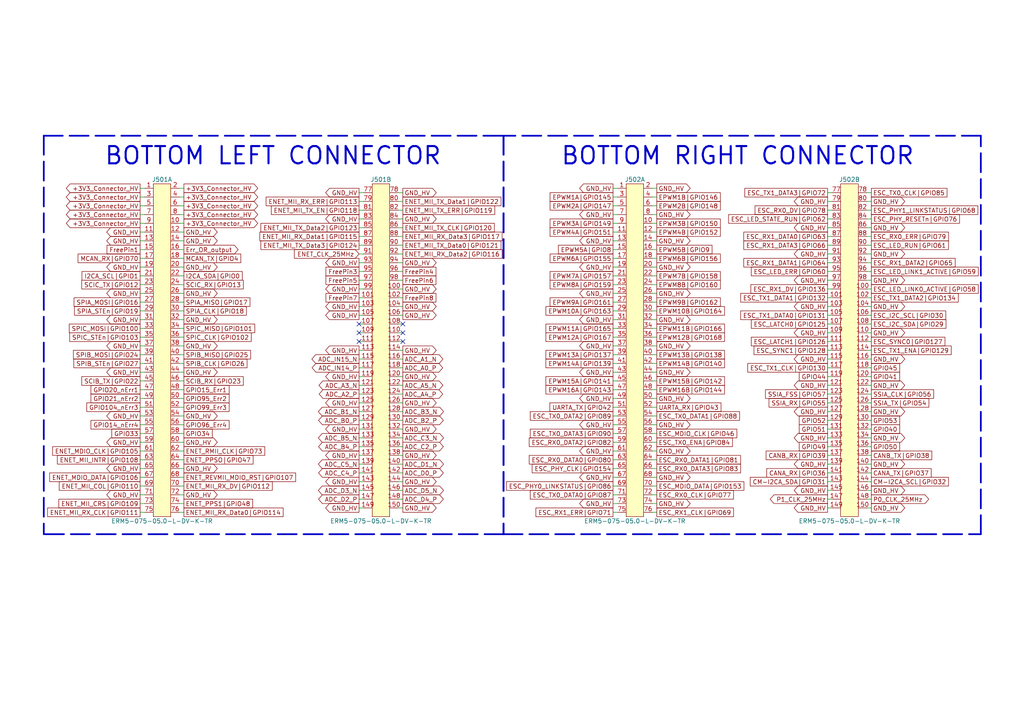
<source format=kicad_sch>
(kicad_sch (version 20231120) (generator "eeschema") (generator_version "8.0")
  (paper "A4")
  (title_block (title "LCB-CCB-01: Control Board - Debugger XDS100  / JTAG") (date "2024-12-12") (rev "1.1.0") (company "PADERBORN UNIVERSITY DEPARTMENT OF POWER ELECTRONICS AND ELECTRICAL DRIVES"))
  (no_connect (at 116.84 96.52))
  (no_connect (at 104.14 96.52))
  (no_connect (at 116.84 93.98))
  (no_connect (at 104.14 93.98))
  (no_connect (at 116.84 99.06))
  (no_connect (at 104.14 99.06))
  (wire (pts (xy 177.8 67.31) (xy 179.07 67.31)))
  (wire (pts (xy 52.07 72.39) (xy 53.34 72.39)))
  (wire (pts (xy 240.03 60.96) (xy 241.3 60.96)))
  (wire (pts (xy 104.14 132.08) (xy 105.41 132.08)))
  (wire (pts (xy 104.14 104.14) (xy 105.41 104.14)))
  (wire (pts (xy 251.46 127) (xy 252.73 127)))
  (wire (pts (xy 104.14 147.32) (xy 105.41 147.32)))
  (wire (pts (xy 177.8 146.05) (xy 179.07 146.05)))
  (wire (pts (xy 115.57 88.9) (xy 116.84 88.9)))
  (wire (pts (xy 104.14 114.3) (xy 105.41 114.3)))
  (wire (pts (xy 251.46 91.44) (xy 252.73 91.44)))
  (wire (pts (xy 115.57 99.06) (xy 116.84 99.06)))
  (wire (pts (xy 52.07 133.35) (xy 53.34 133.35)))
  (wire (pts (xy 52.07 64.77) (xy 53.34 64.77)))
  (wire (pts (xy 104.14 88.9) (xy 105.41 88.9)))
  (wire (pts (xy 40.64 57.15) (xy 41.91 57.15)))
  (wire (pts (xy 104.14 99.06) (xy 105.41 99.06)))
  (wire (pts (xy 189.23 90.17) (xy 190.5 90.17)))
  (wire (pts (xy 189.23 95.25) (xy 190.5 95.25)))
  (wire (pts (xy 52.07 59.69) (xy 53.34 59.69)))
  (wire (pts (xy 189.23 128.27) (xy 190.5 128.27)))
  (wire (pts (xy 104.14 129.54) (xy 105.41 129.54)))
  (wire (pts (xy 251.46 86.36) (xy 252.73 86.36)))
  (wire (pts (xy 104.14 116.84) (xy 105.41 116.84)))
  (wire (pts (xy 251.46 129.54) (xy 252.73 129.54)))
  (wire (pts (xy 115.57 73.66) (xy 116.84 73.66)))
  (wire (pts (xy 177.8 87.63) (xy 179.07 87.63)))
  (wire (pts (xy 115.57 132.08) (xy 116.84 132.08)))
  (wire (pts (xy 52.07 143.51) (xy 53.34 143.51)))
  (wire (pts (xy 177.8 54.61) (xy 179.07 54.61)))
  (wire (pts (xy 251.46 144.78) (xy 252.73 144.78)))
  (wire (pts (xy 251.46 119.38) (xy 252.73 119.38)))
  (wire (pts (xy 52.07 128.27) (xy 53.34 128.27)))
  (wire (pts (xy 115.57 106.68) (xy 116.84 106.68)))
  (wire (pts (xy 52.07 123.19) (xy 53.34 123.19)))
  (wire (pts (xy 251.46 68.58) (xy 252.73 68.58)))
  (wire (pts (xy 251.46 58.42) (xy 252.73 58.42)))
  (wire (pts (xy 251.46 83.82) (xy 252.73 83.82)))
  (wire (pts (xy 177.8 118.11) (xy 179.07 118.11)))
  (wire (pts (xy 40.64 120.65) (xy 41.91 120.65)))
  (wire (pts (xy 52.07 107.95) (xy 53.34 107.95)))
  (wire (pts (xy 52.07 74.93) (xy 53.34 74.93)))
  (wire (pts (xy 251.46 109.22) (xy 252.73 109.22)))
  (wire (pts (xy 251.46 139.7) (xy 252.73 139.7)))
  (wire (pts (xy 40.64 54.61) (xy 41.91 54.61)))
  (wire (pts (xy 251.46 116.84) (xy 252.73 116.84)))
  (wire (pts (xy 40.64 105.41) (xy 41.91 105.41)))
  (wire (pts (xy 40.64 113.03) (xy 41.91 113.03)))
  (wire (pts (xy 40.64 74.93) (xy 41.91 74.93)))
  (wire (pts (xy 177.8 102.87) (xy 179.07 102.87)))
  (wire (pts (xy 52.07 82.55) (xy 53.34 82.55)))
  (wire (pts (xy 251.46 137.16) (xy 252.73 137.16)))
  (wire (pts (xy 40.64 95.25) (xy 41.91 95.25)))
  (wire (pts (xy 251.46 88.9) (xy 252.73 88.9)))
  (wire (pts (xy 251.46 134.62) (xy 252.73 134.62)))
  (wire (pts (xy 189.23 140.97) (xy 190.5 140.97)))
  (wire (pts (xy 52.07 87.63) (xy 53.34 87.63)))
  (wire (pts (xy 251.46 93.98) (xy 252.73 93.98)))
  (wire (pts (xy 40.64 133.35) (xy 41.91 133.35)))
  (polyline (pts (xy 146.05 154.94) (xy 284.48 154.94)) (stroke (width 0.5) (type dash)))
  (wire (pts (xy 177.8 120.65) (xy 179.07 120.65)))
  (wire (pts (xy 52.07 115.57) (xy 53.34 115.57)))
  (wire (pts (xy 240.03 132.08) (xy 241.3 132.08)))
  (wire (pts (xy 115.57 147.32) (xy 116.84 147.32)))
  (wire (pts (xy 40.64 138.43) (xy 41.91 138.43)))
  (wire (pts (xy 52.07 125.73) (xy 53.34 125.73)))
  (wire (pts (xy 104.14 66.04) (xy 105.41 66.04)))
  (wire (pts (xy 240.03 114.3) (xy 241.3 114.3)))
  (wire (pts (xy 52.07 102.87) (xy 53.34 102.87)))
  (polyline (pts (xy 12.7 39.37) (xy 146.05 39.37)) (stroke (width 0.5) (type dash)))
  (wire (pts (xy 177.8 64.77) (xy 179.07 64.77)))
  (wire (pts (xy 104.14 81.28) (xy 105.41 81.28)))
  (wire (pts (xy 177.8 133.35) (xy 179.07 133.35)))
  (wire (pts (xy 240.03 55.88) (xy 241.3 55.88)))
  (wire (pts (xy 104.14 111.76) (xy 105.41 111.76)))
  (wire (pts (xy 40.64 92.71) (xy 41.91 92.71)))
  (wire (pts (xy 251.46 63.5) (xy 252.73 63.5)))
  (wire (pts (xy 240.03 96.52) (xy 241.3 96.52)))
  (wire (pts (xy 240.03 93.98) (xy 241.3 93.98)))
  (wire (pts (xy 115.57 114.3) (xy 116.84 114.3)))
  (wire (pts (xy 115.57 55.88) (xy 116.84 55.88)))
  (wire (pts (xy 177.8 140.97) (xy 179.07 140.97)))
  (wire (pts (xy 251.46 55.88) (xy 252.73 55.88)))
  (wire (pts (xy 189.23 102.87) (xy 190.5 102.87)))
  (wire (pts (xy 115.57 111.76) (xy 116.84 111.76)))
  (wire (pts (xy 104.14 109.22) (xy 105.41 109.22)))
  (wire (pts (xy 240.03 121.92) (xy 241.3 121.92)))
  (wire (pts (xy 40.64 64.77) (xy 41.91 64.77)))
  (wire (pts (xy 189.23 115.57) (xy 190.5 115.57)))
  (wire (pts (xy 52.07 67.31) (xy 53.34 67.31)))
  (wire (pts (xy 115.57 119.38) (xy 116.84 119.38)))
  (wire (pts (xy 251.46 147.32) (xy 252.73 147.32)))
  (wire (pts (xy 115.57 86.36) (xy 116.84 86.36)))
  (wire (pts (xy 104.14 106.68) (xy 105.41 106.68)))
  (wire (pts (xy 52.07 69.85) (xy 53.34 69.85)))
  (wire (pts (xy 104.14 134.62) (xy 105.41 134.62)))
  (wire (pts (xy 104.14 55.88) (xy 105.41 55.88)))
  (wire (pts (xy 240.03 71.12) (xy 241.3 71.12)))
  (wire (pts (xy 115.57 71.12) (xy 116.84 71.12)))
  (wire (pts (xy 52.07 113.03) (xy 53.34 113.03)))
  (wire (pts (xy 52.07 62.23) (xy 53.34 62.23)))
  (polyline (pts (xy 146.05 154.94) (xy 12.7 154.94)) (stroke (width 0.5) (type dash)))
  (wire (pts (xy 251.46 99.06) (xy 252.73 99.06)))
  (wire (pts (xy 189.23 118.11) (xy 190.5 118.11)))
  (wire (pts (xy 177.8 92.71) (xy 179.07 92.71)))
  (wire (pts (xy 115.57 96.52) (xy 116.84 96.52)))
  (wire (pts (xy 240.03 83.82) (xy 241.3 83.82)))
  (wire (pts (xy 251.46 114.3) (xy 252.73 114.3)))
  (wire (pts (xy 251.46 60.96) (xy 252.73 60.96)))
  (wire (pts (xy 177.8 85.09) (xy 179.07 85.09)))
  (wire (pts (xy 189.23 64.77) (xy 190.5 64.77)))
  (wire (pts (xy 52.07 80.01) (xy 53.34 80.01)))
  (wire (pts (xy 177.8 97.79) (xy 179.07 97.79)))
  (wire (pts (xy 177.8 72.39) (xy 179.07 72.39)))
  (wire (pts (xy 115.57 101.6) (xy 116.84 101.6)))
  (wire (pts (xy 104.14 93.98) (xy 105.41 93.98)))
  (wire (pts (xy 177.8 107.95) (xy 179.07 107.95)))
  (wire (pts (xy 189.23 74.93) (xy 190.5 74.93)))
  (wire (pts (xy 251.46 111.76) (xy 252.73 111.76)))
  (wire (pts (xy 52.07 77.47) (xy 53.34 77.47)))
  (wire (pts (xy 40.64 100.33) (xy 41.91 100.33)))
  (wire (pts (xy 115.57 127) (xy 116.84 127)))
  (polyline (pts (xy 284.48 154.94) (xy 284.48 39.37)) (stroke (width 0.5) (type dash)))
  (wire (pts (xy 251.46 104.14) (xy 252.73 104.14)))
  (wire (pts (xy 52.07 118.11) (xy 53.34 118.11)))
  (wire (pts (xy 240.03 119.38) (xy 241.3 119.38)))
  (wire (pts (xy 40.64 146.05) (xy 41.91 146.05)))
  (wire (pts (xy 52.07 57.15) (xy 53.34 57.15)))
  (wire (pts (xy 189.23 143.51) (xy 190.5 143.51)))
  (polyline (pts (xy 12.7 39.37) (xy 12.7 154.94)) (stroke (width 0.5) (type dash)))
  (wire (pts (xy 240.03 76.2) (xy 241.3 76.2)))
  (wire (pts (xy 177.8 130.81) (xy 179.07 130.81)))
  (wire (pts (xy 104.14 91.44) (xy 105.41 91.44)))
  (wire (pts (xy 40.64 135.89) (xy 41.91 135.89)))
  (wire (pts (xy 40.64 59.69) (xy 41.91 59.69)))
  (wire (pts (xy 104.14 137.16) (xy 105.41 137.16)))
  (wire (pts (xy 40.64 82.55) (xy 41.91 82.55)))
  (wire (pts (xy 240.03 116.84) (xy 241.3 116.84)))
  (wire (pts (xy 115.57 109.22) (xy 116.84 109.22)))
  (wire (pts (xy 115.57 139.7) (xy 116.84 139.7)))
  (wire (pts (xy 189.23 135.89) (xy 190.5 135.89)))
  (wire (pts (xy 189.23 67.31) (xy 190.5 67.31)))
  (wire (pts (xy 40.64 90.17) (xy 41.91 90.17)))
  (wire (pts (xy 251.46 96.52) (xy 252.73 96.52)))
  (wire (pts (xy 104.14 63.5) (xy 105.41 63.5)))
  (wire (pts (xy 240.03 111.76) (xy 241.3 111.76)))
  (wire (pts (xy 189.23 123.19) (xy 190.5 123.19)))
  (wire (pts (xy 115.57 93.98) (xy 116.84 93.98)))
  (wire (pts (xy 104.14 60.96) (xy 105.41 60.96)))
  (wire (pts (xy 115.57 142.24) (xy 116.84 142.24)))
  (wire (pts (xy 52.07 92.71) (xy 53.34 92.71)))
  (wire (pts (xy 40.64 80.01) (xy 41.91 80.01)))
  (wire (pts (xy 104.14 71.12) (xy 105.41 71.12)))
  (wire (pts (xy 240.03 124.46) (xy 241.3 124.46)))
  (wire (pts (xy 40.64 118.11) (xy 41.91 118.11)))
  (wire (pts (xy 52.07 85.09) (xy 53.34 85.09)))
  (wire (pts (xy 189.23 54.61) (xy 190.5 54.61)))
  (wire (pts (xy 177.8 82.55) (xy 179.07 82.55)))
  (wire (pts (xy 52.07 110.49) (xy 53.34 110.49)))
  (wire (pts (xy 52.07 146.05) (xy 53.34 146.05)))
  (wire (pts (xy 189.23 100.33) (xy 190.5 100.33)))
  (wire (pts (xy 240.03 104.14) (xy 241.3 104.14)))
  (wire (pts (xy 104.14 139.7) (xy 105.41 139.7)))
  (wire (pts (xy 40.64 148.59) (xy 41.91 148.59)))
  (wire (pts (xy 251.46 124.46) (xy 252.73 124.46)))
  (wire (pts (xy 240.03 73.66) (xy 241.3 73.66)))
  (wire (pts (xy 177.8 135.89) (xy 179.07 135.89)))
  (wire (pts (xy 251.46 106.68) (xy 252.73 106.68)))
  (wire (pts (xy 177.8 59.69) (xy 179.07 59.69)))
  (wire (pts (xy 115.57 134.62) (xy 116.84 134.62)))
  (wire (pts (xy 240.03 134.62) (xy 241.3 134.62)))
  (wire (pts (xy 189.23 77.47) (xy 190.5 77.47)))
  (wire (pts (xy 189.23 97.79) (xy 190.5 97.79)))
  (wire (pts (xy 115.57 116.84) (xy 116.84 116.84)))
  (wire (pts (xy 104.14 76.2) (xy 105.41 76.2)))
  (wire (pts (xy 177.8 74.93) (xy 179.07 74.93)))
  (wire (pts (xy 104.14 119.38) (xy 105.41 119.38)))
  (wire (pts (xy 240.03 101.6) (xy 241.3 101.6)))
  (wire (pts (xy 115.57 81.28) (xy 116.84 81.28)))
  (wire (pts (xy 251.46 132.08) (xy 252.73 132.08)))
  (wire (pts (xy 104.14 144.78) (xy 105.41 144.78)))
  (wire (pts (xy 40.64 72.39) (xy 41.91 72.39)))
  (wire (pts (xy 177.8 100.33) (xy 179.07 100.33)))
  (wire (pts (xy 240.03 139.7) (xy 241.3 139.7)))
  (wire (pts (xy 40.64 85.09) (xy 41.91 85.09)))
  (wire (pts (xy 115.57 60.96) (xy 116.84 60.96)))
  (wire (pts (xy 40.64 143.51) (xy 41.91 143.51)))
  (wire (pts (xy 115.57 58.42) (xy 116.84 58.42)))
  (wire (pts (xy 189.23 85.09) (xy 190.5 85.09)))
  (wire (pts (xy 240.03 129.54) (xy 241.3 129.54)))
  (wire (pts (xy 115.57 124.46) (xy 116.84 124.46)))
  (wire (pts (xy 40.64 107.95) (xy 41.91 107.95)))
  (wire (pts (xy 177.8 69.85) (xy 179.07 69.85)))
  (wire (pts (xy 240.03 147.32) (xy 241.3 147.32)))
  (wire (pts (xy 40.64 87.63) (xy 41.91 87.63)))
  (wire (pts (xy 240.03 106.68) (xy 241.3 106.68)))
  (wire (pts (xy 104.14 127) (xy 105.41 127)))
  (wire (pts (xy 104.14 73.66) (xy 105.41 73.66)))
  (wire (pts (xy 189.23 80.01) (xy 190.5 80.01)))
  (wire (pts (xy 104.14 96.52) (xy 105.41 96.52)))
  (polyline (pts (xy 284.48 39.37) (xy 146.05 39.37)) (stroke (width 0.5) (type dash)))
  (wire (pts (xy 40.64 140.97) (xy 41.91 140.97)))
  (wire (pts (xy 52.07 95.25) (xy 53.34 95.25)))
  (wire (pts (xy 40.64 125.73) (xy 41.91 125.73)))
  (wire (pts (xy 40.64 62.23) (xy 41.91 62.23)))
  (wire (pts (xy 240.03 58.42) (xy 241.3 58.42)))
  (wire (pts (xy 115.57 121.92) (xy 116.84 121.92)))
  (wire (pts (xy 177.8 77.47) (xy 179.07 77.47)))
  (wire (pts (xy 240.03 68.58) (xy 241.3 68.58)))
  (wire (pts (xy 115.57 76.2) (xy 116.84 76.2)))
  (wire (pts (xy 251.46 73.66) (xy 252.73 73.66)))
  (wire (pts (xy 240.03 137.16) (xy 241.3 137.16)))
  (wire (pts (xy 177.8 143.51) (xy 179.07 143.51)))
  (wire (pts (xy 251.46 76.2) (xy 252.73 76.2)))
  (wire (pts (xy 189.23 87.63) (xy 190.5 87.63)))
  (wire (pts (xy 177.8 123.19) (xy 179.07 123.19)))
  (wire (pts (xy 251.46 142.24) (xy 252.73 142.24)))
  (wire (pts (xy 189.23 57.15) (xy 190.5 57.15)))
  (wire (pts (xy 251.46 66.04) (xy 252.73 66.04)))
  (wire (pts (xy 240.03 88.9) (xy 241.3 88.9)))
  (wire (pts (xy 240.03 99.06) (xy 241.3 99.06)))
  (wire (pts (xy 189.23 120.65) (xy 190.5 120.65)))
  (wire (pts (xy 240.03 86.36) (xy 241.3 86.36)))
  (wire (pts (xy 52.07 105.41) (xy 53.34 105.41)))
  (wire (pts (xy 177.8 148.59) (xy 179.07 148.59)))
  (wire (pts (xy 189.23 133.35) (xy 190.5 133.35)))
  (wire (pts (xy 52.07 54.61) (xy 53.34 54.61)))
  (wire (pts (xy 240.03 63.5) (xy 241.3 63.5)))
  (wire (pts (xy 240.03 78.74) (xy 241.3 78.74)))
  (wire (pts (xy 189.23 125.73) (xy 190.5 125.73)))
  (wire (pts (xy 40.64 97.79) (xy 41.91 97.79)))
  (wire (pts (xy 240.03 66.04) (xy 241.3 66.04)))
  (wire (pts (xy 189.23 72.39) (xy 190.5 72.39)))
  (wire (pts (xy 40.64 128.27) (xy 41.91 128.27)))
  (wire (pts (xy 177.8 62.23) (xy 179.07 62.23)))
  (polyline (pts (xy 146.05 39.37) (xy 146.05 154.94)) (stroke (width 0.5) (type dash)))
  (wire (pts (xy 189.23 105.41) (xy 190.5 105.41)))
  (wire (pts (xy 40.64 123.19) (xy 41.91 123.19)))
  (wire (pts (xy 251.46 78.74) (xy 252.73 78.74)))
  (wire (pts (xy 115.57 83.82) (xy 116.84 83.82)))
  (wire (pts (xy 52.07 140.97) (xy 53.34 140.97)))
  (wire (pts (xy 189.23 59.69) (xy 190.5 59.69)))
  (wire (pts (xy 115.57 63.5) (xy 116.84 63.5)))
  (wire (pts (xy 189.23 69.85) (xy 190.5 69.85)))
  (wire (pts (xy 189.23 146.05) (xy 190.5 146.05)))
  (wire (pts (xy 40.64 110.49) (xy 41.91 110.49)))
  (wire (pts (xy 177.8 90.17) (xy 179.07 90.17)))
  (wire (pts (xy 177.8 115.57) (xy 179.07 115.57)))
  (wire (pts (xy 115.57 78.74) (xy 116.84 78.74)))
  (wire (pts (xy 240.03 91.44) (xy 241.3 91.44)))
  (wire (pts (xy 52.07 90.17) (xy 53.34 90.17)))
  (wire (pts (xy 115.57 144.78) (xy 116.84 144.78)))
  (wire (pts (xy 40.64 77.47) (xy 41.91 77.47)))
  (wire (pts (xy 177.8 80.01) (xy 179.07 80.01)))
  (wire (pts (xy 189.23 148.59) (xy 190.5 148.59)))
  (wire (pts (xy 104.14 86.36) (xy 105.41 86.36)))
  (wire (pts (xy 240.03 81.28) (xy 241.3 81.28)))
  (wire (pts (xy 189.23 107.95) (xy 190.5 107.95)))
  (wire (pts (xy 115.57 129.54) (xy 116.84 129.54)))
  (polyline (pts (xy 146.05 39.37) (xy 146.05 154.94)) (stroke (width 0.5) (type dash)))
  (wire (pts (xy 189.23 130.81) (xy 190.5 130.81)))
  (wire (pts (xy 177.8 128.27) (xy 179.07 128.27)))
  (wire (pts (xy 240.03 127) (xy 241.3 127)))
  (wire (pts (xy 104.14 101.6) (xy 105.41 101.6)))
  (wire (pts (xy 52.07 120.65) (xy 53.34 120.65)))
  (wire (pts (xy 189.23 113.03) (xy 190.5 113.03)))
  (wire (pts (xy 240.03 109.22) (xy 241.3 109.22)))
  (wire (pts (xy 52.07 148.59) (xy 53.34 148.59)))
  (wire (pts (xy 177.8 95.25) (xy 179.07 95.25)))
  (wire (pts (xy 52.07 138.43) (xy 53.34 138.43)))
  (wire (pts (xy 115.57 68.58) (xy 116.84 68.58)))
  (wire (pts (xy 177.8 105.41) (xy 179.07 105.41)))
  (wire (pts (xy 52.07 97.79) (xy 53.34 97.79)))
  (wire (pts (xy 177.8 57.15) (xy 179.07 57.15)))
  (wire (pts (xy 40.64 102.87) (xy 41.91 102.87)))
  (wire (pts (xy 40.64 130.81) (xy 41.91 130.81)))
  (wire (pts (xy 177.8 110.49) (xy 179.07 110.49)))
  (wire (pts (xy 115.57 66.04) (xy 116.84 66.04)))
  (wire (pts (xy 52.07 135.89) (xy 53.34 135.89)))
  (wire (pts (xy 40.64 115.57) (xy 41.91 115.57)))
  (wire (pts (xy 115.57 91.44) (xy 116.84 91.44)))
  (wire (pts (xy 40.64 67.31) (xy 41.91 67.31)))
  (wire (pts (xy 104.14 83.82) (xy 105.41 83.82)))
  (wire (pts (xy 177.8 113.03) (xy 179.07 113.03)))
  (wire (pts (xy 189.23 110.49) (xy 190.5 110.49)))
  (wire (pts (xy 115.57 104.14) (xy 116.84 104.14)))
  (wire (pts (xy 240.03 144.78) (xy 241.3 144.78)))
  (wire (pts (xy 52.07 100.33) (xy 53.34 100.33)))
  (wire (pts (xy 251.46 81.28) (xy 252.73 81.28)))
  (wire (pts (xy 189.23 92.71) (xy 190.5 92.71)))
  (wire (pts (xy 104.14 142.24) (xy 105.41 142.24)))
  (wire (pts (xy 251.46 121.92) (xy 252.73 121.92)))
  (wire (pts (xy 52.07 130.81) (xy 53.34 130.81)))
  (wire (pts (xy 251.46 101.6) (xy 252.73 101.6)))
  (wire (pts (xy 104.14 58.42) (xy 105.41 58.42)))
  (wire (pts (xy 177.8 138.43) (xy 179.07 138.43)))
  (wire (pts (xy 189.23 82.55) (xy 190.5 82.55)))
  (wire (pts (xy 104.14 78.74) (xy 105.41 78.74)))
  (wire (pts (xy 104.14 121.92) (xy 105.41 121.92)))
  (wire (pts (xy 251.46 71.12) (xy 252.73 71.12)))
  (wire (pts (xy 189.23 62.23) (xy 190.5 62.23)))
  (wire (pts (xy 189.23 138.43) (xy 190.5 138.43)))
  (wire (pts (xy 104.14 124.46) (xy 105.41 124.46)))
  (wire (pts (xy 177.8 125.73) (xy 179.07 125.73)))
  (wire (pts (xy 115.57 137.16) (xy 116.84 137.16)))
  (wire (pts (xy 240.03 142.24) (xy 241.3 142.24)))
  (wire (pts (xy 104.14 68.58) (xy 105.41 68.58)))
  (wire (pts (xy 40.64 69.85) (xy 41.91 69.85)))
  (text "BOTTOM RIGHT CONNECTOR" (at 265.43 48.26 0) (effects (font (size 5 5) (thickness 0.6) (bold yes)) (justify right bottom)))
  (text "BOTTOM LEFT CONNECTOR" (at 128.27 48.26 0) (effects (font (size 5 5) (thickness 0.6) (bold yes)) (justify right bottom)))
  (global_label "ESC_SYNC1|GPIO128" (shape passive) (at 240.03 101.6 180) (property "Intersheetrefs" "${INTERSHEET_REFS}" (effects (hide yes))))
  (global_label "GND_HV" (shape output) (at 190.5 107.95 0) (property "Intersheetrefs" "${INTERSHEET_REFS}" (effects (hide yes))))
  (global_label "GND_HV" (shape output) (at 116.84 63.5 0) (property "Intersheetrefs" "${INTERSHEET_REFS}" (effects (hide yes))))
  (global_label "I2CA_SCL|GPIO1" (shape passive) (at 40.64 80.01 180) (property "Intersheetrefs" "${INTERSHEET_REFS}" (effects (hide yes))))
  (global_label "+3V3_Connector_HV" (shape output) (at 40.64 62.23 180) (property "Intersheetrefs" "${INTERSHEET_REFS}" (effects (hide yes))))
  (global_label "GPIO49" (shape passive) (at 240.03 129.54 180) (property "Intersheetrefs" "${INTERSHEET_REFS}" (effects (hide yes))))
  (global_label "EPWM16B|GPIO144" (shape passive) (at 190.5 113.03 0) (property "Intersheetrefs" "${INTERSHEET_REFS}" (effects (hide yes))))
  (global_label "GND_HV" (shape output) (at 190.5 146.05 0) (property "Intersheetrefs" "${INTERSHEET_REFS}" (effects (hide yes))))
  (global_label "ENET_MII_RX_Data0|GPIO114" (shape passive) (at 53.34 148.59 0) (property "Intersheetrefs" "${INTERSHEET_REFS}" (effects (hide yes))))
  (global_label "I2CA_SDA|GPIO0" (shape passive) (at 53.34 80.01 0) (property "Intersheetrefs" "${INTERSHEET_REFS}" (effects (hide yes))))
  (global_label "EPWM3A|GPIO149" (shape passive) (at 177.8 64.77 180) (property "Intersheetrefs" "${INTERSHEET_REFS}" (effects (hide yes))))
  (global_label "GND_HV" (shape output) (at 40.64 100.33 180) (property "Intersheetrefs" "${INTERSHEET_REFS}" (effects (hide yes))))
  (global_label "ESC_MDIO_CLK|GPIO46" (shape passive) (at 190.5 125.73 0) (property "Intersheetrefs" "${INTERSHEET_REFS}" (effects (hide yes))))
  (global_label "SSIA_TX|GPIO54" (shape passive) (at 252.73 116.84 0) (property "Intersheetrefs" "${INTERSHEET_REFS}" (effects (hide yes))))
  (global_label "ENET_MII_TX_Data3|GPIO124" (shape passive) (at 104.14 71.12 180) (property "Intersheetrefs" "${INTERSHEET_REFS}" (effects (hide yes))))
  (global_label "EPWM5B|GPIO9" (shape passive) (at 190.5 72.39 0) (property "Intersheetrefs" "${INTERSHEET_REFS}" (effects (hide yes))))
  (global_label "GND_HV" (shape output) (at 177.8 69.85 180) (property "Intersheetrefs" "${INTERSHEET_REFS}" (effects (hide yes))))
  (global_label "P1_CLK_25MHz" (shape output) (at 240.03 144.78 180) (property "Intersheetrefs" "${INTERSHEET_REFS}" (effects (hide yes))))
  (global_label "ESC_RX1_DATA2|GPIO65" (shape passive) (at 252.73 76.2 0) (property "Intersheetrefs" "${INTERSHEET_REFS}" (effects (hide yes))))
  (global_label "ADC_B0_P" (shape output) (at 104.14 121.92 180) (property "Intersheetrefs" "${INTERSHEET_REFS}" (effects (hide yes))))
  (global_label "ADC_D0_P" (shape output) (at 116.84 137.16 0) (property "Intersheetrefs" "${INTERSHEET_REFS}" (effects (hide yes))))
  (global_label "SCIC_TX|GPIO12" (shape passive) (at 40.64 82.55 180) (property "Intersheetrefs" "${INTERSHEET_REFS}" (effects (hide yes))))
  (global_label "GPIO99_Err3" (shape passive) (at 53.34 118.11 0) (property "Intersheetrefs" "${INTERSHEET_REFS}" (effects (hide yes))))
  (global_label "ENET_MII_RX_Data2|GPIO116" (shape passive) (at 116.84 73.66 0) (property "Intersheetrefs" "${INTERSHEET_REFS}" (effects (hide yes))))
  (global_label "SPIB_CLK|GPIO26" (shape passive) (at 53.34 105.41 0) (property "Intersheetrefs" "${INTERSHEET_REFS}" (effects (hide yes))))
  (global_label "ENET_MII_COL|GPIO110" (shape passive) (at 40.64 140.97 180) (property "Intersheetrefs" "${INTERSHEET_REFS}" (effects (hide yes))))
  (global_label "GPIO51" (shape passive) (at 240.03 124.46 180) (property "Intersheetrefs" "${INTERSHEET_REFS}" (effects (hide yes))))
  (global_label "+3V3_Connector_HV" (shape output) (at 40.64 59.69 180) (property "Intersheetrefs" "${INTERSHEET_REFS}" (effects (hide yes))))
  (global_label "EPWM9B|GPIO162" (shape passive) (at 190.5 87.63 0) (property "Intersheetrefs" "${INTERSHEET_REFS}" (effects (hide yes))))
  (global_label "GND_HV" (shape output) (at 240.03 134.62 180) (property "Intersheetrefs" "${INTERSHEET_REFS}" (effects (hide yes))))
  (global_label "ESC_I2C_SDA|GPIO29" (shape passive) (at 252.73 93.98 0) (property "Intersheetrefs" "${INTERSHEET_REFS}" (effects (hide yes))))
  (global_label "EPWM7B|GPIO158" (shape passive) (at 190.5 80.01 0) (property "Intersheetrefs" "${INTERSHEET_REFS}" (effects (hide yes))))
  (global_label "EPWM10B|GPIO164" (shape passive) (at 190.5 90.17 0) (property "Intersheetrefs" "${INTERSHEET_REFS}" (effects (hide yes))))
  (global_label "ENET_MII_RX_ERR|GPIO113" (shape passive) (at 104.14 58.42 180) (property "Intersheetrefs" "${INTERSHEET_REFS}" (effects (hide yes))))
  (global_label "GND_HV" (shape output) (at 252.73 81.28 0) (property "Intersheetrefs" "${INTERSHEET_REFS}" (effects (hide yes))))
  (global_label "ADC_D5_N" (shape output) (at 116.84 142.24 0) (property "Intersheetrefs" "${INTERSHEET_REFS}" (effects (hide yes))))
  (global_label "GND_HV" (shape output) (at 177.8 85.09 180) (property "Intersheetrefs" "${INTERSHEET_REFS}" (effects (hide yes))))
  (global_label "+3V3_Connector_HV" (shape output) (at 40.64 64.77 180) (property "Intersheetrefs" "${INTERSHEET_REFS}" (effects (hide yes))))
  (global_label "EPWM8B|GPIO160" (shape passive) (at 190.5 82.55 0) (property "Intersheetrefs" "${INTERSHEET_REFS}" (effects (hide yes))))
  (global_label "ESC_PHY1_LINKSTATUS|GPIO68" (shape passive) (at 252.73 60.96 0) (property "Intersheetrefs" "${INTERSHEET_REFS}" (effects (hide yes))))
  (global_label "SPIA_MOSI|GPIO16" (shape passive) (at 40.64 87.63 180) (property "Intersheetrefs" "${INTERSHEET_REFS}" (effects (hide yes))))
  (global_label "GPIO44" (shape passive) (at 240.03 109.22 180) (property "Intersheetrefs" "${INTERSHEET_REFS}" (effects (hide yes))))
  (global_label "ADC_C4_P" (shape output) (at 104.14 137.16 180) (property "Intersheetrefs" "${INTERSHEET_REFS}" (effects (hide yes))))
  (global_label "EPWM13A|GPIO137" (shape passive) (at 177.8 102.87 180) (property "Intersheetrefs" "${INTERSHEET_REFS}" (effects (hide yes))))
  (global_label "ADC_B3_N" (shape output) (at 116.84 119.38 0) (property "Intersheetrefs" "${INTERSHEET_REFS}" (effects (hide yes))))
  (global_label "GND_HV" (shape output) (at 40.64 69.85 180) (property "Intersheetrefs" "${INTERSHEET_REFS}" (effects (hide yes))))
  (global_label "ESC_LED_LINK1_ACTIVE|GPIO59" (shape passive) (at 252.73 78.74 0) (property "Intersheetrefs" "${INTERSHEET_REFS}" (effects (hide yes))))
  (global_label "ENET_MDIO_CLK|GPIO105" (shape passive) (at 40.64 130.81 180) (property "Intersheetrefs" "${INTERSHEET_REFS}" (effects (hide yes))))
  (global_label "ESC_RX1_ERR|GPIO71" (shape passive) (at 177.8 148.59 180) (property "Intersheetrefs" "${INTERSHEET_REFS}" (effects (hide yes))))
  (global_label "GND_HV" (shape output) (at 252.73 66.04 0) (property "Intersheetrefs" "${INTERSHEET_REFS}" (effects (hide yes))))
  (global_label "GPIO104_nErr3" (shape passive) (at 40.64 118.11 180) (property "Intersheetrefs" "${INTERSHEET_REFS}" (effects (hide yes))))
  (global_label "ADC_A2_P" (shape output) (at 104.14 114.3 180) (property "Intersheetrefs" "${INTERSHEET_REFS}" (effects (hide yes))))
  (global_label "SPIC_MISO|GPIO101" (shape passive) (at 53.34 95.25 0) (property "Intersheetrefs" "${INTERSHEET_REFS}" (effects (hide yes))))
  (global_label "EPWM2B|GPIO148" (shape passive) (at 190.5 59.69 0) (property "Intersheetrefs" "${INTERSHEET_REFS}" (effects (hide yes))))
  (global_label "GND_HV" (shape output) (at 177.8 62.23 180) (property "Intersheetrefs" "${INTERSHEET_REFS}" (effects (hide yes))))
  (global_label "ESC_PHY0_LINKSTATUS|GPIO86" (shape passive) (at 177.8 140.97 180) (property "Intersheetrefs" "${INTERSHEET_REFS}" (effects (hide yes))))
  (global_label "GND_HV" (shape output) (at 104.14 132.08 180) (property "Intersheetrefs" "${INTERSHEET_REFS}" (effects (hide yes))))
  (global_label "ADC_A3_N" (shape output) (at 104.14 111.76 180) (property "Intersheetrefs" "${INTERSHEET_REFS}" (effects (hide yes))))
  (global_label "EPWM12B|GPIO168" (shape passive) (at 190.5 97.79 0) (property "Intersheetrefs" "${INTERSHEET_REFS}" (effects (hide yes))))
  (global_label "ESC_RX0_DATA3|GPIO83" (shape passive) (at 190.5 135.89 0) (property "Intersheetrefs" "${INTERSHEET_REFS}" (effects (hide yes))))
  (global_label "GND_HV" (shape output) (at 116.84 88.9 0) (property "Intersheetrefs" "${INTERSHEET_REFS}" (effects (hide yes))))
  (global_label "GND_HV" (shape output) (at 53.34 128.27 0) (property "Intersheetrefs" "${INTERSHEET_REFS}" (effects (hide yes))))
  (global_label "EPWM11A|GPIO165" (shape passive) (at 177.8 95.25 180) (property "Intersheetrefs" "${INTERSHEET_REFS}" (effects (hide yes))))
  (global_label "GND_HV" (shape output) (at 40.64 135.89 180) (property "Intersheetrefs" "${INTERSHEET_REFS}" (effects (hide yes))))
  (global_label "GND_HV" (shape output) (at 190.5 62.23 0) (property "Intersheetrefs" "${INTERSHEET_REFS}" (effects (hide yes))))
  (global_label "ENET_MII_TX_Data0|GPIO121" (shape passive) (at 116.84 71.12 0) (property "Intersheetrefs" "${INTERSHEET_REFS}" (effects (hide yes))))
  (global_label "GND_HV" (shape output) (at 116.84 76.2 0) (property "Intersheetrefs" "${INTERSHEET_REFS}" (effects (hide yes))))
  (global_label "GND_HV" (shape output) (at 40.64 67.31 180) (property "Intersheetrefs" "${INTERSHEET_REFS}" (effects (hide yes))))
  (global_label "GND_HV" (shape output) (at 190.5 115.57 0) (property "Intersheetrefs" "${INTERSHEET_REFS}" (effects (hide yes))))
  (global_label "GND_HV" (shape output) (at 240.03 58.42 180) (property "Intersheetrefs" "${INTERSHEET_REFS}" (effects (hide yes))))
  (global_label "ADC_C3_N" (shape output) (at 116.84 127 0) (property "Intersheetrefs" "${INTERSHEET_REFS}" (effects (hide yes))))
  (global_label "FreePin4" (shape passive) (at 116.84 78.74 0) (property "Intersheetrefs" "${INTERSHEET_REFS}" (effects (hide yes))))
  (global_label "FreePin1" (shape passive) (at 40.64 72.39 180) (property "Intersheetrefs" "${INTERSHEET_REFS}" (effects (hide yes))))
  (global_label "GPIO41" (shape passive) (at 252.73 109.22 0) (property "Intersheetrefs" "${INTERSHEET_REFS}" (effects (hide yes))))
  (global_label "ADC_B1_N" (shape output) (at 104.14 119.38 180) (property "Intersheetrefs" "${INTERSHEET_REFS}" (effects (hide yes))))
  (global_label "GND_HV" (shape output) (at 177.8 130.81 180) (property "Intersheetrefs" "${INTERSHEET_REFS}" (effects (hide yes))))
  (global_label "EPWM4A|GPIO151" (shape passive) (at 177.8 67.31 180) (property "Intersheetrefs" "${INTERSHEET_REFS}" (effects (hide yes))))
  (global_label "EPWM3B|GPIO150" (shape passive) (at 190.5 64.77 0) (property "Intersheetrefs" "${INTERSHEET_REFS}" (effects (hide yes))))
  (global_label "EPWM16A|GPIO143" (shape passive) (at 177.8 113.03 180) (property "Intersheetrefs" "${INTERSHEET_REFS}" (effects (hide yes))))
  (global_label "GND_HV" (shape output) (at 177.8 54.61 180) (property "Intersheetrefs" "${INTERSHEET_REFS}" (effects (hide yes))))
  (global_label "GND_HV" (shape output) (at 53.34 107.95 0) (property "Intersheetrefs" "${INTERSHEET_REFS}" (effects (hide yes))))
  (global_label "ESC_TX1_ENA|GPIO129" (shape passive) (at 252.73 101.6 0) (property "Intersheetrefs" "${INTERSHEET_REFS}" (effects (hide yes))))
  (global_label "EPWM4B|GPIO152" (shape passive) (at 190.5 67.31 0) (property "Intersheetrefs" "${INTERSHEET_REFS}" (effects (hide yes))))
  (global_label "SPIC_STEn|GPIO103" (shape passive) (at 40.64 97.79 180) (property "Intersheetrefs" "${INTERSHEET_REFS}" (effects (hide yes))))
  (global_label "EPWM5A|GPIO8" (shape passive) (at 177.8 72.39 180) (property "Intersheetrefs" "${INTERSHEET_REFS}" (effects (hide yes))))
  (global_label "GND_HV" (shape output) (at 53.34 77.47 0) (property "Intersheetrefs" "${INTERSHEET_REFS}" (effects (hide yes))))
  (global_label "ADC_D4_P" (shape output) (at 116.84 144.78 0) (property "Intersheetrefs" "${INTERSHEET_REFS}" (effects (hide yes))))
  (global_label "GND_HV" (shape output) (at 240.03 127 180) (property "Intersheetrefs" "${INTERSHEET_REFS}" (effects (hide yes))))
  (global_label "GND_HV" (shape output) (at 240.03 111.76 180) (property "Intersheetrefs" "${INTERSHEET_REFS}" (effects (hide yes))))
  (global_label "EPWM15B|GPIO142" (shape passive) (at 190.5 110.49 0) (property "Intersheetrefs" "${INTERSHEET_REFS}" (effects (hide yes))))
  (global_label "GND_HV" (shape output) (at 40.64 85.09 180) (property "Intersheetrefs" "${INTERSHEET_REFS}" (effects (hide yes))))
  (global_label "ESC_RX1_CLK|GPIO69" (shape passive) (at 190.5 148.59 0) (property "Intersheetrefs" "${INTERSHEET_REFS}" (effects (hide yes))))
  (global_label "ESC_TX1_DATA1|GPIO132" (shape passive) (at 240.03 86.36 180) (property "Intersheetrefs" "${INTERSHEET_REFS}" (effects (hide yes))))
  (global_label "GND_HV" (shape output) (at 104.14 116.84 180) (property "Intersheetrefs" "${INTERSHEET_REFS}" (effects (hide yes))))
  (global_label "ESC_RX0_DATA2|GPIO82" (shape passive) (at 177.8 128.27 180) (property "Intersheetrefs" "${INTERSHEET_REFS}" (effects (hide yes))))
  (global_label "EPWM13B|GPIO138" (shape passive) (at 190.5 102.87 0) (property "Intersheetrefs" "${INTERSHEET_REFS}" (effects (hide yes))))
  (global_label "GND_HV" (shape output) (at 53.34 92.71 0) (property "Intersheetrefs" "${INTERSHEET_REFS}" (effects (hide yes))))
  (global_label "ENET_MII_TX_ERR|GPIO119" (shape passive) (at 116.84 60.96 0) (property "Intersheetrefs" "${INTERSHEET_REFS}" (effects (hide yes))))
  (global_label "GND_HV" (shape output) (at 116.84 116.84 0) (property "Intersheetrefs" "${INTERSHEET_REFS}" (effects (hide yes))))
  (global_label "GND_HV" (shape output) (at 252.73 58.42 0) (property "Intersheetrefs" "${INTERSHEET_REFS}" (effects (hide yes))))
  (global_label "GND_HV" (shape output) (at 240.03 96.52 180) (property "Intersheetrefs" "${INTERSHEET_REFS}" (effects (hide yes))))
  (global_label "EPWM1B|GPIO146" (shape passive) (at 190.5 57.15 0) (property "Intersheetrefs" "${INTERSHEET_REFS}" (effects (hide yes))))
  (global_label "ESC_TX0_DATA1|GPIO88" (shape passive) (at 190.5 120.65 0) (property "Intersheetrefs" "${INTERSHEET_REFS}" (effects (hide yes))))
  (global_label "ADC_A4_P" (shape output) (at 116.84 114.3 0) (property "Intersheetrefs" "${INTERSHEET_REFS}" (effects (hide yes))))
  (global_label "SCIC_RX|GPIO13" (shape passive) (at 53.34 82.55 0) (property "Intersheetrefs" "${INTERSHEET_REFS}" (effects (hide yes))))
  (global_label "GND_HV" (shape output) (at 252.73 119.38 0) (property "Intersheetrefs" "${INTERSHEET_REFS}" (effects (hide yes))))
  (global_label "EPWM15A|GPIO141" (shape passive) (at 177.8 110.49 180) (property "Intersheetrefs" "${INTERSHEET_REFS}" (effects (hide yes))))
  (global_label "EPWM2A|GPIO147" (shape passive) (at 177.8 59.69 180) (property "Intersheetrefs" "${INTERSHEET_REFS}" (effects (hide yes))))
  (global_label "CM-I2CA_SDA|GPIO31" (shape passive) (at 240.03 139.7 180) (property "Intersheetrefs" "${INTERSHEET_REFS}" (effects (hide yes))))
  (global_label "FreePin6" (shape passive) (at 116.84 81.28 0) (property "Intersheetrefs" "${INTERSHEET_REFS}" (effects (hide yes))))
  (global_label "GND_HV" (shape output) (at 252.73 73.66 0) (property "Intersheetrefs" "${INTERSHEET_REFS}" (effects (hide yes))))
  (global_label "ADC_A5_N" (shape output) (at 116.84 111.76 0) (property "Intersheetrefs" "${INTERSHEET_REFS}" (effects (hide yes))))
  (global_label "SPIC_CLK|GPIO102" (shape passive) (at 53.34 97.79 0) (property "Intersheetrefs" "${INTERSHEET_REFS}" (effects (hide yes))))
  (global_label "CANB_TX|GPIO38" (shape passive) (at 252.73 132.08 0) (property "Intersheetrefs" "${INTERSHEET_REFS}" (effects (hide yes))))
  (global_label "GPIO34" (shape passive) (at 53.34 125.73 0) (property "Intersheetrefs" "${INTERSHEET_REFS}" (effects (hide yes))))
  (global_label "ESC_LATCH0|GPIO125" (shape passive) (at 240.03 93.98 180) (property "Intersheetrefs" "${INTERSHEET_REFS}" (effects (hide yes))))
  (global_label "GND_HV" (shape output) (at 116.84 147.32 0) (property "Intersheetrefs" "${INTERSHEET_REFS}" (effects (hide yes))))
  (global_label "+3V3_Connector_HV" (shape output) (at 53.34 57.15 0) (property "Intersheetrefs" "${INTERSHEET_REFS}" (effects (hide yes))))
  (global_label "GND_HV" (shape output) (at 190.5 92.71 0) (property "Intersheetrefs" "${INTERSHEET_REFS}" (effects (hide yes))))
  (global_label "GND_HV" (shape output) (at 177.8 92.71 180) (property "Intersheetrefs" "${INTERSHEET_REFS}" (effects (hide yes))))
  (global_label "EPWM6A|GPIO155" (shape passive) (at 177.8 74.93 180) (property "Intersheetrefs" "${INTERSHEET_REFS}" (effects (hide yes))))
  (global_label "ESC_TX1_DATA0|GPIO131" (shape passive) (at 240.03 91.44 180) (property "Intersheetrefs" "${INTERSHEET_REFS}" (effects (hide yes))))
  (global_label "GND_HV" (shape output) (at 190.5 85.09 0) (property "Intersheetrefs" "${INTERSHEET_REFS}" (effects (hide yes))))
  (global_label "EPWM7A|GPIO157" (shape passive) (at 177.8 80.01 180) (property "Intersheetrefs" "${INTERSHEET_REFS}" (effects (hide yes))))
  (global_label "ESC_SYNC0|GPIO127" (shape passive) (at 252.73 99.06 0) (property "Intersheetrefs" "${INTERSHEET_REFS}" (effects (hide yes))))
  (global_label "GND_HV" (shape output) (at 240.03 147.32 180) (property "Intersheetrefs" "${INTERSHEET_REFS}" (effects (hide yes))))
  (global_label "GND_HV" (shape output) (at 177.8 100.33 180) (property "Intersheetrefs" "${INTERSHEET_REFS}" (effects (hide yes))))
  (global_label "EPWM12A|GPIO167" (shape passive) (at 177.8 97.79 180) (property "Intersheetrefs" "${INTERSHEET_REFS}" (effects (hide yes))))
  (global_label "ADC_D3_N" (shape output) (at 104.14 142.24 180) (property "Intersheetrefs" "${INTERSHEET_REFS}" (effects (hide yes))))
  (global_label "GND_HV" (shape output) (at 104.14 147.32 180) (property "Intersheetrefs" "${INTERSHEET_REFS}" (effects (hide yes))))
  (global_label "ESC_LED_LINK0_ACTIVE|GPIO58" (shape passive) (at 252.73 83.82 0) (property "Intersheetrefs" "${INTERSHEET_REFS}" (effects (hide yes))))
  (global_label "GND_HV" (shape output) (at 190.5 123.19 0) (property "Intersheetrefs" "${INTERSHEET_REFS}" (effects (hide yes))))
  (global_label "GPIO96_Err4" (shape passive) (at 53.34 123.19 0) (property "Intersheetrefs" "${INTERSHEET_REFS}" (effects (hide yes))))
  (global_label "MCAN_TX|GPIO4" (shape passive) (at 53.34 74.93 0) (property "Intersheetrefs" "${INTERSHEET_REFS}" (effects (hide yes))))
  (global_label "ENET_MII_INTR|GPIO108" (shape passive) (at 40.64 133.35 180) (property "Intersheetrefs" "${INTERSHEET_REFS}" (effects (hide yes))))
  (global_label "ESC_MDIO_DATA|GPIO153" (shape passive) (at 190.5 140.97 0) (property "Intersheetrefs" "${INTERSHEET_REFS}" (effects (hide yes))))
  (global_label "GND_HV" (shape output) (at 240.03 81.28 180) (property "Intersheetrefs" "${INTERSHEET_REFS}" (effects (hide yes))))
  (global_label "EPWM6B|GPIO156" (shape passive) (at 190.5 74.93 0) (property "Intersheetrefs" "${INTERSHEET_REFS}" (effects (hide yes))))
  (global_label "GND_HV" (shape output) (at 53.34 85.09 0) (property "Intersheetrefs" "${INTERSHEET_REFS}" (effects (hide yes))))
  (global_label "ESC_RX1_DATA1|GPIO64" (shape passive) (at 240.03 76.2 180) (property "Intersheetrefs" "${INTERSHEET_REFS}" (effects (hide yes))))
  (global_label "ENET_PPS1|GPIO48" (shape passive) (at 53.34 146.05 0) (property "Intersheetrefs" "${INTERSHEET_REFS}" (effects (hide yes))))
  (global_label "SPIB_STEn|GPIO27" (shape passive) (at 40.64 105.41 180) (property "Intersheetrefs" "${INTERSHEET_REFS}" (effects (hide yes))))
  (global_label "SPIB_MOSI|GPIO24" (shape passive) (at 40.64 102.87 180) (property "Intersheetrefs" "${INTERSHEET_REFS}" (effects (hide yes))))
  (global_label "GND_HV" (shape output) (at 116.84 109.22 0) (property "Intersheetrefs" "${INTERSHEET_REFS}" (effects (hide yes))))
  (global_label "CANA_RX|GPIO36" (shape passive) (at 240.03 137.16 180) (property "Intersheetrefs" "${INTERSHEET_REFS}" (effects (hide yes))))
  (global_label "FreePin8" (shape passive) (at 116.84 86.36 0) (property "Intersheetrefs" "${INTERSHEET_REFS}" (effects (hide yes))))
  (global_label "GND_HV" (shape output) (at 104.14 109.22 180) (property "Intersheetrefs" "${INTERSHEET_REFS}" (effects (hide yes))))
  (global_label "GND_HV" (shape output) (at 116.84 91.44 0) (property "Intersheetrefs" "${INTERSHEET_REFS}" (effects (hide yes))))
  (global_label "ENET_MII_RX_Data1|GPIO115" (shape passive) (at 104.14 68.58 180) (property "Intersheetrefs" "${INTERSHEET_REFS}" (effects (hide yes))))
  (global_label "GPIO14_nErr4" (shape passive) (at 40.64 123.19 180) (property "Intersheetrefs" "${INTERSHEET_REFS}" (effects (hide yes))))
  (global_label "GND_HV" (shape output) (at 104.14 101.6 180) (property "Intersheetrefs" "${INTERSHEET_REFS}" (effects (hide yes))))
  (global_label "ENET_RMII_CLK|GPIO73" (shape passive) (at 53.34 130.81 0) (property "Intersheetrefs" "${INTERSHEET_REFS}" (effects (hide yes))))
  (global_label "ENET_MII_RX_Data3|GPIO117" (shape passive) (at 116.84 68.58 0) (property "Intersheetrefs" "${INTERSHEET_REFS}" (effects (hide yes))))
  (global_label "UARTA_RX|GPIO43" (shape passive) (at 190.5 118.11 0) (property "Intersheetrefs" "${INTERSHEET_REFS}" (effects (hide yes))))
  (global_label "GND_HV" (shape output) (at 240.03 66.04 180) (property "Intersheetrefs" "${INTERSHEET_REFS}" (effects (hide yes))))
  (global_label "GND_HV" (shape output) (at 177.8 77.47 180) (property "Intersheetrefs" "${INTERSHEET_REFS}" (effects (hide yes))))
  (global_label "EPWM9A|GPIO161" (shape passive) (at 177.8 87.63 180) (property "Intersheetrefs" "${INTERSHEET_REFS}" (effects (hide yes))))
  (global_label "GND_HV" (shape output) (at 104.14 76.2 180) (property "Intersheetrefs" "${INTERSHEET_REFS}" (effects (hide yes))))
  (global_label "EPWM8A|GPIO159" (shape passive) (at 177.8 82.55 180) (property "Intersheetrefs" "${INTERSHEET_REFS}" (effects (hide yes))))
  (global_label "GND_HV" (shape output) (at 252.73 96.52 0) (property "Intersheetrefs" "${INTERSHEET_REFS}" (effects (hide yes))))
  (global_label "FreePin3" (shape passive) (at 104.14 78.74 180) (property "Intersheetrefs" "${INTERSHEET_REFS}" (effects (hide yes))))
  (global_label "GND_HV" (shape output) (at 53.34 135.89 0) (property "Intersheetrefs" "${INTERSHEET_REFS}" (effects (hide yes))))
  (global_label "GPIO95_Err2" (shape passive) (at 53.34 115.57 0) (property "Intersheetrefs" "${INTERSHEET_REFS}" (effects (hide yes))))
  (global_label "CANA_TX|GPIO37" (shape passive) (at 252.73 137.16 0) (property "Intersheetrefs" "${INTERSHEET_REFS}" (effects (hide yes))))
  (global_label "EPWM10A|GPIO163" (shape passive) (at 177.8 90.17 180) (property "Intersheetrefs" "${INTERSHEET_REFS}" (effects (hide yes))))
  (global_label "GND_HV" (shape output) (at 116.84 55.88 0) (property "Intersheetrefs" "${INTERSHEET_REFS}" (effects (hide yes))))
  (global_label "ESC_RX0_ERR|GPIO79" (shape passive) (at 252.73 68.58 0) (property "Intersheetrefs" "${INTERSHEET_REFS}" (effects (hide yes))))
  (global_label "GPIO33" (shape passive) (at 40.64 125.73 180) (property "Intersheetrefs" "${INTERSHEET_REFS}" (effects (hide yes))))
  (global_label "GPIO52" (shape passive) (at 240.03 121.92 180) (property "Intersheetrefs" "${INTERSHEET_REFS}" (effects (hide yes))))
  (global_label "ENET_MII_CRS|GPIO109" (shape passive) (at 40.64 146.05 180) (property "Intersheetrefs" "${INTERSHEET_REFS}" (effects (hide yes))))
  (global_label "SPIC_MOSI|GPIO100" (shape passive) (at 40.64 95.25 180) (property "Intersheetrefs" "${INTERSHEET_REFS}" (effects (hide yes))))
  (global_label "GND_HV" (shape output) (at 104.14 63.5 180) (property "Intersheetrefs" "${INTERSHEET_REFS}" (effects (hide yes))))
  (global_label "ESC_RX0_DATA1|GPIO81" (shape passive) (at 190.5 133.35 0) (property "Intersheetrefs" "${INTERSHEET_REFS}" (effects (hide yes))))
  (global_label "+3V3_Connector_HV" (shape output) (at 53.34 64.77 0) (property "Intersheetrefs" "${INTERSHEET_REFS}" (effects (hide yes))))
  (global_label "GPIO50" (shape passive) (at 252.73 129.54 0) (property "Intersheetrefs" "${INTERSHEET_REFS}" (effects (hide yes))))
  (global_label "GND_HV" (shape output) (at 190.5 130.81 0) (property "Intersheetrefs" "${INTERSHEET_REFS}" (effects (hide yes))))
  (global_label "ESC_TX0_DATA3|GPIO90" (shape passive) (at 177.8 125.73 180) (property "Intersheetrefs" "${INTERSHEET_REFS}" (effects (hide yes))))
  (global_label "SSIA_CLK|GPIO56" (shape passive) (at 252.73 114.3 0) (property "Intersheetrefs" "${INTERSHEET_REFS}" (effects (hide yes))))
  (global_label "ADC_A1_N" (shape output) (at 116.84 104.14 0) (property "Intersheetrefs" "${INTERSHEET_REFS}" (effects (hide yes))))
  (global_label "GND_HV" (shape output) (at 252.73 104.14 0) (property "Intersheetrefs" "${INTERSHEET_REFS}" (effects (hide yes))))
  (global_label "ESC_RX1_DATA0|GPIO63" (shape passive) (at 240.03 68.58 180) (property "Intersheetrefs" "${INTERSHEET_REFS}" (effects (hide yes))))
  (global_label "UARTA_TX|GPIO42" (shape passive) (at 177.8 118.11 180) (property "Intersheetrefs" "${INTERSHEET_REFS}" (effects (hide yes))))
  (global_label "ESC_TX1_DATA3|GPIO72" (shape passive) (at 240.03 55.88 180) (property "Intersheetrefs" "${INTERSHEET_REFS}" (effects (hide yes))))
  (global_label "GND_HV" (shape output) (at 240.03 88.9 180) (property "Intersheetrefs" "${INTERSHEET_REFS}" (effects (hide yes))))
  (global_label "GND_HV" (shape output) (at 252.73 127 0) (property "Intersheetrefs" "${INTERSHEET_REFS}" (effects (hide yes))))
  (global_label "GND_HV" (shape output) (at 40.64 143.51 180) (property "Intersheetrefs" "${INTERSHEET_REFS}" (effects (hide yes))))
  (global_label "ADC_IN15_N" (shape output) (at 104.14 104.14 180) (property "Intersheetrefs" "${INTERSHEET_REFS}" (effects (hide yes))))
  (global_label "ADC_B2_P" (shape output) (at 116.84 121.92 0) (property "Intersheetrefs" "${INTERSHEET_REFS}" (effects (hide yes))))
  (global_label "GND_HV" (shape output) (at 116.84 124.46 0) (property "Intersheetrefs" "${INTERSHEET_REFS}" (effects (hide yes))))
  (global_label "ADC_C5_N" (shape output) (at 104.14 134.62 180) (property "Intersheetrefs" "${INTERSHEET_REFS}" (effects (hide yes))))
  (global_label "SPIA_STEn|GPIO19" (shape passive) (at 40.64 90.17 180) (property "Intersheetrefs" "${INTERSHEET_REFS}" (effects (hide yes))))
  (global_label "GND_HV" (shape output) (at 53.34 69.85 0) (property "Intersheetrefs" "${INTERSHEET_REFS}" (effects (hide yes))))
  (global_label "ENET_MII_TX_CLK|GPIO120" (shape passive) (at 116.84 66.04 0) (property "Intersheetrefs" "${INTERSHEET_REFS}" (effects (hide yes))))
  (global_label "ESC_TX0_CLK|GPIO85" (shape passive) (at 252.73 55.88 0) (property "Intersheetrefs" "${INTERSHEET_REFS}" (effects (hide yes))))
  (global_label "ADC_IN14_P" (shape output) (at 104.14 106.68 180) (property "Intersheetrefs" "${INTERSHEET_REFS}" (effects (hide yes))))
  (global_label "+3V3_Connector_HV" (shape output) (at 53.34 59.69 0) (property "Intersheetrefs" "${INTERSHEET_REFS}" (effects (hide yes))))
  (global_label "ADC_C2_P" (shape output) (at 116.84 129.54 0) (property "Intersheetrefs" "${INTERSHEET_REFS}" (effects (hide yes))))
  (global_label "ESC_I2C_SCL|GPIO30" (shape passive) (at 252.73 91.44 0) (property "Intersheetrefs" "${INTERSHEET_REFS}" (effects (hide yes))))
  (global_label "ESC_RX0_DATA0|GPIO80" (shape passive) (at 177.8 133.35 180) (property "Intersheetrefs" "${INTERSHEET_REFS}" (effects (hide yes))))
  (global_label "ENET_PPSO|GPIO47" (shape passive) (at 53.34 133.35 0) (property "Intersheetrefs" "${INTERSHEET_REFS}" (effects (hide yes))))
  (global_label "GPIO15_Err1" (shape passive) (at 53.34 113.03 0) (property "Intersheetrefs" "${INTERSHEET_REFS}" (effects (hide yes))))
  (global_label "SCIB_RX|GPIO23" (shape passive) (at 53.34 110.49 0) (property "Intersheetrefs" "${INTERSHEET_REFS}" (effects (hide yes))))
  (global_label "GND_HV" (shape output) (at 116.84 139.7 0) (property "Intersheetrefs" "${INTERSHEET_REFS}" (effects (hide yes))))
  (global_label "CANB_RX|GPIO39" (shape passive) (at 240.03 132.08 180) (property "Intersheetrefs" "${INTERSHEET_REFS}" (effects (hide yes))))
  (global_label "GND_HV" (shape output) (at 53.34 67.31 0) (property "Intersheetrefs" "${INTERSHEET_REFS}" (effects (hide yes))))
  (global_label "ENET_MII_TX_Data1|GPIO122" (shape passive) (at 116.84 58.42 0) (property "Intersheetrefs" "${INTERSHEET_REFS}" (effects (hide yes))))
  (global_label "ESC_TX1_CLK|GPIO130" (shape passive) (at 240.03 106.68 180) (property "Intersheetrefs" "${INTERSHEET_REFS}" (effects (hide yes))))
  (global_label "ADC_B5_N" (shape output) (at 104.14 127 180) (property "Intersheetrefs" "${INTERSHEET_REFS}" (effects (hide yes))))
  (global_label "GND_HV" (shape output) (at 104.14 91.44 180) (property "Intersheetrefs" "${INTERSHEET_REFS}" (effects (hide yes))))
  (global_label "ESC_PHY_CLK|GPIO154" (shape passive) (at 177.8 135.89 180) (property "Intersheetrefs" "${INTERSHEET_REFS}" (effects (hide yes))))
  (global_label "GND_HV" (shape output) (at 40.64 107.95 180) (property "Intersheetrefs" "${INTERSHEET_REFS}" (effects (hide yes))))
  (global_label "GND_HV" (shape output) (at 53.34 120.65 0) (property "Intersheetrefs" "${INTERSHEET_REFS}" (effects (hide yes))))
  (global_label "GND_HV" (shape output) (at 190.5 54.61 0) (property "Intersheetrefs" "${INTERSHEET_REFS}" (effects (hide yes))))
  (global_label "EPWM11B|GPIO166" (shape passive) (at 190.5 95.25 0) (property "Intersheetrefs" "${INTERSHEET_REFS}" (effects (hide yes))))
  (global_label "GND_HV" (shape output) (at 104.14 139.7 180) (property "Intersheetrefs" "${INTERSHEET_REFS}" (effects (hide yes))))
  (global_label "SSIA_RX|GPIO55" (shape passive) (at 240.03 116.84 180) (property "Intersheetrefs" "${INTERSHEET_REFS}" (effects (hide yes))))
  (global_label "CM-I2CA_SCL|GPIO32" (shape passive) (at 252.73 139.7 0) (property "Intersheetrefs" "${INTERSHEET_REFS}" (effects (hide yes))))
  (global_label "GND_HV" (shape output) (at 252.73 134.62 0) (property "Intersheetrefs" "${INTERSHEET_REFS}" (effects (hide yes))))
  (global_label "ENET_MDIO_DATA|GPIO106" (shape passive) (at 40.64 138.43 180) (property "Intersheetrefs" "${INTERSHEET_REFS}" (effects (hide yes))))
  (global_label "ESC_LED_STATE_RUN|GPIO62" (shape passive) (at 240.03 63.5 180) (property "Intersheetrefs" "${INTERSHEET_REFS}" (effects (hide yes))))
  (global_label "FreePin5" (shape passive) (at 104.14 81.28 180) (property "Intersheetrefs" "${INTERSHEET_REFS}" (effects (hide yes))))
  (global_label "SSIA_FSS|GPIO57" (shape passive) (at 240.03 114.3 180) (property "Intersheetrefs" "${INTERSHEET_REFS}" (effects (hide yes))))
  (global_label "ESC_RX1_DV|GPIO136" (shape passive) (at 240.03 83.82 180) (property "Intersheetrefs" "${INTERSHEET_REFS}" (effects (hide yes))))
  (global_label "GND_HV" (shape output) (at 40.64 120.65 180) (property "Intersheetrefs" "${INTERSHEET_REFS}" (effects (hide yes))))
  (global_label "ADC_D1_N" (shape output) (at 116.84 134.62 0) (property "Intersheetrefs" "${INTERSHEET_REFS}" (effects (hide yes))))
  (global_label "SPIA_CLK|GPIO18" (shape passive) (at 53.34 90.17 0) (property "Intersheetrefs" "${INTERSHEET_REFS}" (effects (hide yes))))
  (global_label "ESC_RX0_DV|GPIO78" (shape passive) (at 240.03 60.96 180) (property "Intersheetrefs" "${INTERSHEET_REFS}" (effects (hide yes))))
  (global_label "GPIO53" (shape passive) (at 252.73 121.92 0) (property "Intersheetrefs" "${INTERSHEET_REFS}" (effects (hide yes))))
  (global_label "GND_HV" (shape output) (at 104.14 124.46 180) (property "Intersheetrefs" "${INTERSHEET_REFS}" (effects (hide yes))))
  (global_label "GND_HV" (shape output) (at 116.84 83.82 0) (property "Intersheetrefs" "${INTERSHEET_REFS}" (effects (hide yes))))
  (global_label "GPIO21_nErr2" (shape passive) (at 40.64 115.57 180) (property "Intersheetrefs" "${INTERSHEET_REFS}" (effects (hide yes))))
  (global_label "GPIO20_nErr1" (shape passive) (at 40.64 113.03 180) (property "Intersheetrefs" "${INTERSHEET_REFS}" (effects (hide yes))))
  (global_label "GND_HV" (shape output) (at 190.5 138.43 0) (property "Intersheetrefs" "${INTERSHEET_REFS}" (effects (hide yes))))
  (global_label "ESC_RX0_CLK|GPIO77" (shape passive) (at 190.5 143.51 0) (property "Intersheetrefs" "${INTERSHEET_REFS}" (effects (hide yes))))
  (global_label "+3V3_Connector_HV" (shape output) (at 40.64 57.15 180) (property "Intersheetrefs" "${INTERSHEET_REFS}" (effects (hide yes))))
  (global_label "ADC_D2_P" (shape output) (at 104.14 144.78 180) (property "Intersheetrefs" "${INTERSHEET_REFS}" (effects (hide yes))))
  (global_label "+3V3_Connector_HV" (shape output) (at 53.34 54.61 0) (property "Intersheetrefs" "${INTERSHEET_REFS}" (effects (hide yes))))
  (global_label "GND_HV" (shape output) (at 240.03 73.66 180) (property "Intersheetrefs" "${INTERSHEET_REFS}" (effects (hide yes))))
  (global_label "ADC_A0_P" (shape output) (at 116.84 106.68 0) (property "Intersheetrefs" "${INTERSHEET_REFS}" (effects (hide yes))))
  (global_label "GND_HV" (shape output) (at 252.73 147.32 0) (property "Intersheetrefs" "${INTERSHEET_REFS}" (effects (hide yes))))
  (global_label "GND_HV" (shape output) (at 104.14 88.9 180) (property "Intersheetrefs" "${INTERSHEET_REFS}" (effects (hide yes))))
  (global_label "P0_CLK_25MHz" (shape output) (at 252.73 144.78 0) (property "Intersheetrefs" "${INTERSHEET_REFS}" (effects (hide yes))))
  (global_label "GND_HV" (shape output) (at 40.64 128.27 180) (property "Intersheetrefs" "${INTERSHEET_REFS}" (effects (hide yes))))
  (global_label "ENET_MII_TX_Data2|GPIO123" (shape passive) (at 104.14 66.04 180) (property "Intersheetrefs" "${INTERSHEET_REFS}" (effects (hide yes))))
  (global_label "GPIO40" (shape passive) (at 252.73 124.46 0) (property "Intersheetrefs" "${INTERSHEET_REFS}" (effects (hide yes))))
  (global_label "GND_HV" (shape output) (at 116.84 101.6 0) (property "Intersheetrefs" "${INTERSHEET_REFS}" (effects (hide yes))))
  (global_label "ESC_TX1_DATA2|GPIO134" (shape passive) (at 252.73 86.36 0) (property "Intersheetrefs" "${INTERSHEET_REFS}" (effects (hide yes))))
  (global_label "GPIO45" (shape passive) (at 252.73 106.68 0) (property "Intersheetrefs" "${INTERSHEET_REFS}" (effects (hide yes))))
  (global_label "GND_HV" (shape output) (at 252.73 111.76 0) (property "Intersheetrefs" "${INTERSHEET_REFS}" (effects (hide yes))))
  (global_label "GND_HV" (shape output) (at 104.14 55.88 180) (property "Intersheetrefs" "${INTERSHEET_REFS}" (effects (hide yes))))
  (global_label "GND_HV" (shape output) (at 190.5 77.47 0) (property "Intersheetrefs" "${INTERSHEET_REFS}" (effects (hide yes))))
  (global_label "GND_HV" (shape output) (at 252.73 142.24 0) (property "Intersheetrefs" "${INTERSHEET_REFS}" (effects (hide yes))))
  (global_label "ESC_TX0_ENA|GPIO84" (shape passive) (at 190.5 128.27 0) (property "Intersheetrefs" "${INTERSHEET_REFS}" (effects (hide yes))))
  (global_label "EPWM14B|GPIO140" (shape passive) (at 190.5 105.41 0) (property "Intersheetrefs" "${INTERSHEET_REFS}" (effects (hide yes))))
  (global_label "ESC_TX0_DATA0|GPIO87" (shape passive) (at 177.8 143.51 180) (property "Intersheetrefs" "${INTERSHEET_REFS}" (effects (hide yes))))
  (global_label "GND_HV" (shape output) (at 240.03 142.24 180) (property "Intersheetrefs" "${INTERSHEET_REFS}" (effects (hide yes))))
  (global_label "GND_HV" (shape output) (at 190.5 69.85 0) (property "Intersheetrefs" "${INTERSHEET_REFS}" (effects (hide yes))))
  (global_label "GND_HV" (shape output) (at 177.8 138.43 180) (property "Intersheetrefs" "${INTERSHEET_REFS}" (effects (hide yes))))
  (global_label "ENET_MII_RX_CLK|GPIO111" (shape passive) (at 40.64 148.59 180) (property "Intersheetrefs" "${INTERSHEET_REFS}" (effects (hide yes))))
  (global_label "GND_HV" (shape output) (at 53.34 143.51 0) (property "Intersheetrefs" "${INTERSHEET_REFS}" (effects (hide yes))))
  (global_label "ENET_REVMII_MDIO_RST|GPIO107" (shape passive) (at 53.34 138.43 0) (property "Intersheetrefs" "${INTERSHEET_REFS}" (effects (hide yes))))
  (global_label "GND_HV" (shape output) (at 53.34 100.33 0) (property "Intersheetrefs" "${INTERSHEET_REFS}" (effects (hide yes))))
  (global_label "GND_HV" (shape output) (at 240.03 119.38 180) (property "Intersheetrefs" "${INTERSHEET_REFS}" (effects (hide yes))))
  (global_label "ESC_LED_RUN|GPIO61" (shape passive) (at 252.73 71.12 0) (property "Intersheetrefs" "${INTERSHEET_REFS}" (effects (hide yes))))
  (global_label "GND_HV" (shape output) (at 252.73 88.9 0) (property "Intersheetrefs" "${INTERSHEET_REFS}" (effects (hide yes))))
  (global_label "SPIA_MISO|GPIO17" (shape passive) (at 53.34 87.63 0) (property "Intersheetrefs" "${INTERSHEET_REFS}" (effects (hide yes))))
  (global_label "ESC_TX0_DATA2|GPIO89" (shape passive) (at 177.8 120.65 180) (property "Intersheetrefs" "${INTERSHEET_REFS}" (effects (hide yes))))
  (global_label "+3V3_Connector_HV" (shape output) (at 53.34 62.23 0) (property "Intersheetrefs" "${INTERSHEET_REFS}" (effects (hide yes))))
  (global_label "EPWM14A|GPIO139" (shape passive) (at 177.8 105.41 180) (property "Intersheetrefs" "${INTERSHEET_REFS}" (effects (hide yes))))
  (global_label "GND_HV" (shape output) (at 116.84 132.08 0) (property "Intersheetrefs" "${INTERSHEET_REFS}" (effects (hide yes))))
  (global_label "SCIB_TX|GPIO22" (shape passive) (at 40.64 110.49 180) (property "Intersheetrefs" "${INTERSHEET_REFS}" (effects (hide yes))))
  (global_label "ADC_B4_P" (shape output) (at 104.14 129.54 180) (property "Intersheetrefs" "${INTERSHEET_REFS}" (effects (hide yes))))
  (global_label "GND_HV" (shape output) (at 104.14 83.82 180) (property "Intersheetrefs" "${INTERSHEET_REFS}" (effects (hide yes))))
  (global_label "ESC_LATCH1|GPIO126" (shape passive) (at 240.03 99.06 180) (property "Intersheetrefs" "${INTERSHEET_REFS}" (effects (hide yes))))
  (global_label "ESC_RX1_DATA3|GPIO66" (shape passive) (at 240.03 71.12 180) (property "Intersheetrefs" "${INTERSHEET_REFS}" (effects (hide yes))))
  (global_label "+3V3_Connector_HV" (shape output) (at 40.64 54.61 180) (property "Intersheetrefs" "${INTERSHEET_REFS}" (effects (hide yes))))
  (global_label "ENET_MII_RX_DV|GPIO112" (shape passive) (at 53.34 140.97 0) (property "Intersheetrefs" "${INTERSHEET_REFS}" (effects (hide yes))))
  (global_label "GND_HV" (shape output) (at 177.8 107.95 180) (property "Intersheetrefs" "${INTERSHEET_REFS}" (effects (hide yes))))
  (global_label "GND_HV" (shape output) (at 177.8 115.57 180) (property "Intersheetrefs" "${INTERSHEET_REFS}" (effects (hide yes))))
  (global_label "ENET_MII_TX_EN|GPIO118" (shape passive) (at 104.14 60.96 180) (property "Intersheetrefs" "${INTERSHEET_REFS}" (effects (hide yes))))
  (global_label "ENET_CLK_25MHz" (shape input) (at 104.14 73.66 180) (property "Intersheetrefs" "${INTERSHEET_REFS}" (effects (hide yes))))
  (global_label "ESC_LED_ERR|GPIO60" (shape passive) (at 240.03 78.74 180) (property "Intersheetrefs" "${INTERSHEET_REFS}" (effects (hide yes))))
  (global_label "GND_HV" (shape output) (at 40.64 77.47 180) (property "Intersheetrefs" "${INTERSHEET_REFS}" (effects (hide yes))))
  (global_label "GND_HV" (shape output) (at 190.5 100.33 0) (property "Intersheetrefs" "${INTERSHEET_REFS}" (effects (hide yes))))
  (global_label "GND_HV" (shape output) (at 240.03 104.14 180) (property "Intersheetrefs" "${INTERSHEET_REFS}" (effects (hide yes))))
  (global_label "FreePin7" (shape passive) (at 104.14 86.36 180) (property "Intersheetrefs" "${INTERSHEET_REFS}" (effects (hide yes))))
  (global_label "SPIB_MISO|GPIO25" (shape passive) (at 53.34 102.87 0) (property "Intersheetrefs" "${INTERSHEET_REFS}" (effects (hide yes))))
  (global_label "EPWM1A|GPIO145" (shape passive) (at 177.8 57.15 180) (property "Intersheetrefs" "${INTERSHEET_REFS}" (effects (hide yes))))
  (global_label "ESC_PHY_RESETn|GPIO76" (shape passive) (at 252.73 63.5 0) (property "Intersheetrefs" "${INTERSHEET_REFS}" (effects (hide yes))))
  (global_label "GND_HV" (shape output) (at 40.64 92.71 180) (property "Intersheetrefs" "${INTERSHEET_REFS}" (effects (hide yes))))
  (global_label "MCAN_RX|GPIO70" (shape passive) (at 40.64 74.93 180) (property "Intersheetrefs" "${INTERSHEET_REFS}" (effects (hide yes))))
  (global_label "GND_HV" (shape output) (at 177.8 146.05 180) (property "Intersheetrefs" "${INTERSHEET_REFS}" (effects (hide yes))))
  (global_label "Err_OR_output" (shape output) (at 53.34 72.39 0) (property "Intersheetrefs" "${INTERSHEET_REFS}" (effects (hide yes))))
  (global_label "GND_HV" (shape output) (at 177.8 123.19 180) (property "Intersheetrefs" "${INTERSHEET_REFS}" (effects (hide yes))))
  (symbol (lib_id "LEA_SymbolLibrary:Conn_ERM5-075-05.0-L-DV-K-TR") (at 110.49 104.14 0) (unit 2) (exclude_from_sim yes)
    (property "Reference" "J501" (at 110.49 52.07 0))
    (property "Value" "ERM5-075-05.0-L-DV-K-TR" (at 110.49 151.13 0))
    (property "Footprint" "LEA_FootprintLibrary:ERM5-075-05.0-L-DV" (effects (hide yes)))
    (property "Datasheet" "https://suddendocs.samtec.com/prints/erm5-xxx-xx.x-dv-xx-tr-footprint.pdf" (effects (hide yes)))
    (property "Description" "Board to Board & Mezzanine Connectors 0.50 mm Edge Rate Rugged High Speed Terminal" (effects (hide yes)))
    (property "Manufacturer" "Samtec" (effects (hide yes)))
    (property "mouser#" "200-ERM5075050LDVKTR" (effects (hide yes)))
    (property "manf#" "ERM5-075-05.0-L-DV-K-TR" (effects (hide yes)))
  )
  (symbol (lib_id "LEA_SymbolLibrary:Conn_ERM5-075-05.0-L-DV-K-TR") (at 246.38 104.14 0) (unit 2) (exclude_from_sim yes)
    (property "Reference" "J502" (at 246.38 52.07 0))
    (property "Value" "ERM5-075-05.0-L-DV-K-TR" (at 246.38 151.13 0))
    (property "Footprint" "LEA_FootprintLibrary:ERM5-075-05.0-L-DV" (effects (hide yes)))
    (property "Datasheet" "https://suddendocs.samtec.com/prints/erm5-xxx-xx.x-dv-xx-tr-footprint.pdf" (effects (hide yes)))
    (property "Description" "Board to Board & Mezzanine Connectors 0.50 mm Edge Rate Rugged High Speed Terminal" (effects (hide yes)))
    (property "Manufacturer" "Samtec" (effects (hide yes)))
    (property "mouser#" "200-ERM5075050LDVKTR" (effects (hide yes)))
    (property "manf#" "ERM5-075-05.0-L-DV-K-TR" (effects (hide yes)))
  )
  (symbol (lib_id "LEA_SymbolLibrary:Conn_ERM5-075-05.0-L-DV-K-TR") (at 184.15 104.14 0) (unit 1) (exclude_from_sim yes)
    (property "Reference" "J502" (at 184.15 52.07 0))
    (property "Value" "ERM5-075-05.0-L-DV-K-TR" (at 184.15 151.13 0))
    (property "Footprint" "LEA_FootprintLibrary:ERM5-075-05.0-L-DV" (effects (hide yes)))
    (property "Datasheet" "https://suddendocs.samtec.com/prints/erm5-xxx-xx.x-dv-xx-tr-footprint.pdf" (effects (hide yes)))
    (property "Description" "Board to Board & Mezzanine Connectors 0.50 mm Edge Rate Rugged High Speed Terminal" (effects (hide yes)))
    (property "Manufacturer" "Samtec" (effects (hide yes)))
    (property "mouser#" "200-ERM5075050LDVKTR" (effects (hide yes)))
    (property "manf#" "ERM5-075-05.0-L-DV-K-TR" (effects (hide yes)))
  )
  (symbol (lib_id "LEA_SymbolLibrary:Conn_ERM5-075-05.0-L-DV-K-TR") (at 46.99 104.14 0) (unit 1) (exclude_from_sim yes)
    (property "Reference" "J501" (at 46.99 52.07 0))
    (property "Value" "ERM5-075-05.0-L-DV-K-TR" (at 46.99 151.13 0))
    (property "Footprint" "LEA_FootprintLibrary:ERM5-075-05.0-L-DV" (effects (hide yes)))
    (property "Datasheet" "https://suddendocs.samtec.com/prints/erm5-xxx-xx.x-dv-xx-tr-footprint.pdf" (effects (hide yes)))
    (property "Description" "Board to Board & Mezzanine Connectors 0.50 mm Edge Rate Rugged High Speed Terminal" (effects (hide yes)))
    (property "Manufacturer" "Samtec" (effects (hide yes)))
    (property "mouser#" "200-ERM5075050LDVKTR" (effects (hide yes)))
    (property "manf#" "ERM5-075-05.0-L-DV-K-TR" (effects (hide yes)))
  )
)
</source>
